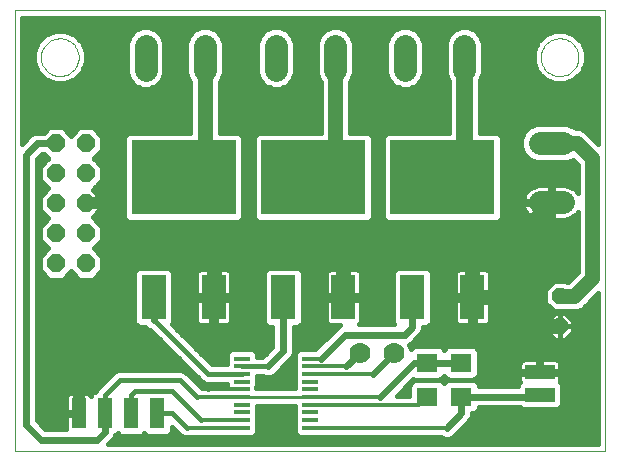
<source format=gtl>
G75*
%MOIN*%
%OFA0B0*%
%FSLAX24Y24*%
%IPPOS*%
%LPD*%
%AMOC8*
5,1,8,0,0,1.08239X$1,22.5*
%
%ADD10C,0.0000*%
%ADD11R,0.0820X0.1500*%
%ADD12R,0.3500X0.2500*%
%ADD13C,0.0780*%
%ADD14OC8,0.0520*%
%ADD15R,0.0531X0.0157*%
%ADD16R,0.0710X0.0630*%
%ADD17R,0.1000X0.0500*%
%ADD18OC8,0.0600*%
%ADD19R,0.0500X0.1000*%
%ADD20C,0.0500*%
%ADD21C,0.0400*%
%ADD22C,0.0120*%
%ADD23C,0.0160*%
%ADD24C,0.0240*%
%ADD25C,0.0100*%
%ADD26C,0.0560*%
%ADD27C,0.0700*%
D10*
X000180Y000180D02*
X000180Y014865D01*
X019865Y014865D01*
X019865Y000180D01*
X000180Y000180D01*
X001050Y013305D02*
X001052Y013355D01*
X001058Y013405D01*
X001068Y013454D01*
X001082Y013502D01*
X001099Y013549D01*
X001120Y013594D01*
X001145Y013638D01*
X001173Y013679D01*
X001205Y013718D01*
X001239Y013755D01*
X001276Y013789D01*
X001316Y013819D01*
X001358Y013846D01*
X001402Y013870D01*
X001448Y013891D01*
X001495Y013907D01*
X001543Y013920D01*
X001593Y013929D01*
X001642Y013934D01*
X001693Y013935D01*
X001743Y013932D01*
X001792Y013925D01*
X001841Y013914D01*
X001889Y013899D01*
X001935Y013881D01*
X001980Y013859D01*
X002023Y013833D01*
X002064Y013804D01*
X002103Y013772D01*
X002139Y013737D01*
X002171Y013699D01*
X002201Y013659D01*
X002228Y013616D01*
X002251Y013572D01*
X002270Y013526D01*
X002286Y013478D01*
X002298Y013429D01*
X002306Y013380D01*
X002310Y013330D01*
X002310Y013280D01*
X002306Y013230D01*
X002298Y013181D01*
X002286Y013132D01*
X002270Y013084D01*
X002251Y013038D01*
X002228Y012994D01*
X002201Y012951D01*
X002171Y012911D01*
X002139Y012873D01*
X002103Y012838D01*
X002064Y012806D01*
X002023Y012777D01*
X001980Y012751D01*
X001935Y012729D01*
X001889Y012711D01*
X001841Y012696D01*
X001792Y012685D01*
X001743Y012678D01*
X001693Y012675D01*
X001642Y012676D01*
X001593Y012681D01*
X001543Y012690D01*
X001495Y012703D01*
X001448Y012719D01*
X001402Y012740D01*
X001358Y012764D01*
X001316Y012791D01*
X001276Y012821D01*
X001239Y012855D01*
X001205Y012892D01*
X001173Y012931D01*
X001145Y012972D01*
X001120Y013016D01*
X001099Y013061D01*
X001082Y013108D01*
X001068Y013156D01*
X001058Y013205D01*
X001052Y013255D01*
X001050Y013305D01*
X017710Y013305D02*
X017712Y013355D01*
X017718Y013405D01*
X017728Y013454D01*
X017742Y013502D01*
X017759Y013549D01*
X017780Y013594D01*
X017805Y013638D01*
X017833Y013679D01*
X017865Y013718D01*
X017899Y013755D01*
X017936Y013789D01*
X017976Y013819D01*
X018018Y013846D01*
X018062Y013870D01*
X018108Y013891D01*
X018155Y013907D01*
X018203Y013920D01*
X018253Y013929D01*
X018302Y013934D01*
X018353Y013935D01*
X018403Y013932D01*
X018452Y013925D01*
X018501Y013914D01*
X018549Y013899D01*
X018595Y013881D01*
X018640Y013859D01*
X018683Y013833D01*
X018724Y013804D01*
X018763Y013772D01*
X018799Y013737D01*
X018831Y013699D01*
X018861Y013659D01*
X018888Y013616D01*
X018911Y013572D01*
X018930Y013526D01*
X018946Y013478D01*
X018958Y013429D01*
X018966Y013380D01*
X018970Y013330D01*
X018970Y013280D01*
X018966Y013230D01*
X018958Y013181D01*
X018946Y013132D01*
X018930Y013084D01*
X018911Y013038D01*
X018888Y012994D01*
X018861Y012951D01*
X018831Y012911D01*
X018799Y012873D01*
X018763Y012838D01*
X018724Y012806D01*
X018683Y012777D01*
X018640Y012751D01*
X018595Y012729D01*
X018549Y012711D01*
X018501Y012696D01*
X018452Y012685D01*
X018403Y012678D01*
X018353Y012675D01*
X018302Y012676D01*
X018253Y012681D01*
X018203Y012690D01*
X018155Y012703D01*
X018108Y012719D01*
X018062Y012740D01*
X018018Y012764D01*
X017976Y012791D01*
X017936Y012821D01*
X017899Y012855D01*
X017865Y012892D01*
X017833Y012931D01*
X017805Y012972D01*
X017780Y013016D01*
X017759Y013061D01*
X017742Y013108D01*
X017728Y013156D01*
X017718Y013205D01*
X017712Y013255D01*
X017710Y013305D01*
D11*
X015430Y005305D03*
X013430Y005305D03*
X011130Y005305D03*
X009130Y005305D03*
X006805Y005305D03*
X004805Y005305D03*
D12*
X005805Y009305D03*
X010130Y009305D03*
X014430Y009305D03*
D13*
X017690Y008465D02*
X018470Y008465D01*
X018470Y010445D02*
X017690Y010445D01*
X015170Y012890D02*
X015170Y013670D01*
X013190Y013670D02*
X013190Y012890D01*
X010870Y012890D02*
X010870Y013670D01*
X008890Y013670D02*
X008890Y012890D01*
X006520Y012890D02*
X006520Y013670D01*
X004540Y013670D02*
X004540Y012890D01*
D14*
X018355Y005330D03*
X018355Y004330D03*
D15*
X010012Y003257D03*
X010012Y003001D03*
X010012Y002745D03*
X010012Y002489D03*
X010012Y002233D03*
X010012Y001977D03*
X010012Y001721D03*
X010012Y001465D03*
X010012Y001209D03*
X010012Y000953D03*
X007748Y000953D03*
X007748Y001209D03*
X007748Y001465D03*
X007748Y001721D03*
X007748Y001977D03*
X007748Y002233D03*
X007748Y002489D03*
X007748Y002745D03*
X007748Y003001D03*
X007748Y003257D03*
D16*
X013930Y003115D03*
X015055Y003115D03*
X015055Y001995D03*
X013930Y001995D03*
D17*
X017680Y002055D03*
X017680Y002805D03*
D18*
X002555Y006430D03*
X001555Y006430D03*
X001555Y007430D03*
X002555Y007430D03*
X002555Y008430D03*
X001555Y008430D03*
X001555Y009430D03*
X002555Y009430D03*
X002555Y010430D03*
X001555Y010430D03*
D19*
X002305Y001430D03*
X003180Y001430D03*
X004055Y001430D03*
X004930Y001430D03*
D20*
X006805Y005305D02*
X006805Y006805D01*
X007180Y007180D01*
X011055Y007180D01*
X011130Y007105D01*
X011130Y005305D01*
X011055Y007180D02*
X015555Y007180D01*
X015430Y007055D01*
X015430Y005305D01*
X016305Y005305D01*
X017280Y004330D01*
X017680Y004330D01*
X018355Y004330D01*
X018355Y005330D02*
X018830Y005330D01*
X019430Y005930D01*
X019430Y009930D01*
X018915Y010445D01*
X018080Y010445D01*
X018080Y008465D02*
X016795Y007180D01*
X015555Y007180D01*
X010870Y009195D02*
X010849Y009173D01*
X010870Y009195D02*
X010870Y013280D01*
X006520Y013280D02*
X006520Y009035D01*
X006393Y008908D01*
D21*
X003555Y008055D02*
X003555Y006930D01*
X003555Y006805D02*
X003555Y003430D01*
X003055Y002930D01*
X002305Y002180D01*
X002305Y001430D01*
X003555Y006805D02*
X006805Y006805D01*
X003555Y008055D02*
X003180Y008430D01*
X002555Y008430D01*
D22*
X003555Y006930D02*
X003555Y006805D01*
X010012Y003257D02*
X010382Y003257D01*
X010012Y003001D02*
X011234Y003001D01*
X012120Y002745D02*
X010012Y002745D01*
X010012Y001977D02*
X012352Y001977D01*
X013656Y001721D02*
X013930Y001995D01*
X013656Y001721D02*
X010012Y001721D01*
X010012Y000953D02*
X014578Y000953D01*
X017620Y001995D02*
X017680Y002055D01*
X007748Y001977D02*
X006258Y001977D01*
X006627Y002233D02*
X007748Y002233D01*
X007748Y001209D02*
X006401Y001209D01*
X005907Y000953D02*
X007748Y000953D01*
X004540Y013030D02*
X004540Y013280D01*
D23*
X005170Y013249D02*
X005890Y013249D01*
X005890Y013091D02*
X005170Y013091D01*
X005170Y012932D02*
X005890Y012932D01*
X005890Y012774D02*
X005170Y012774D01*
X005170Y012765D02*
X005074Y012533D01*
X004897Y012356D01*
X004665Y012260D01*
X004415Y012260D01*
X004183Y012356D01*
X004006Y012533D01*
X003910Y012765D01*
X003910Y013795D01*
X004006Y014027D01*
X004183Y014204D01*
X004415Y014300D01*
X004665Y014300D01*
X004897Y014204D01*
X005074Y014027D01*
X005170Y013795D01*
X005170Y012765D01*
X005108Y012615D02*
X005952Y012615D01*
X005986Y012533D02*
X006030Y012489D01*
X006030Y010795D01*
X004007Y010795D01*
X003919Y010758D01*
X003852Y010691D01*
X003815Y010603D01*
X003815Y008007D01*
X003852Y007919D01*
X003919Y007852D01*
X004007Y007815D01*
X007603Y007815D01*
X007691Y007852D01*
X007758Y007919D01*
X007795Y008007D01*
X007795Y010603D01*
X007758Y010691D01*
X007691Y010758D01*
X007603Y010795D01*
X007010Y010795D01*
X007010Y012489D01*
X007054Y012533D01*
X007150Y012765D01*
X007150Y013795D01*
X007054Y014027D01*
X006877Y014204D01*
X006645Y014300D01*
X006395Y014300D01*
X006163Y014204D01*
X005986Y014027D01*
X005890Y013795D01*
X005890Y012765D01*
X005986Y012533D01*
X006030Y012457D02*
X004997Y012457D01*
X004757Y012298D02*
X006030Y012298D01*
X006030Y012140D02*
X000420Y012140D01*
X000420Y012298D02*
X004323Y012298D01*
X004083Y012457D02*
X001905Y012457D01*
X001853Y012435D02*
X002173Y012568D01*
X002417Y012812D01*
X002550Y013132D01*
X002550Y013478D01*
X002417Y013798D01*
X002173Y014042D01*
X001853Y014175D01*
X001507Y014175D01*
X001187Y014042D01*
X000943Y013798D01*
X000810Y013478D01*
X000810Y013132D01*
X000943Y012812D01*
X001187Y012568D01*
X001507Y012435D01*
X001853Y012435D01*
X001455Y012457D02*
X000420Y012457D01*
X000420Y012615D02*
X001140Y012615D01*
X000981Y012774D02*
X000420Y012774D01*
X000420Y012932D02*
X000893Y012932D01*
X000827Y013091D02*
X000420Y013091D01*
X000420Y013249D02*
X000810Y013249D01*
X000810Y013408D02*
X000420Y013408D01*
X000420Y013566D02*
X000847Y013566D01*
X000912Y013725D02*
X000420Y013725D01*
X000420Y013883D02*
X001028Y013883D01*
X001186Y014042D02*
X000420Y014042D01*
X000420Y014200D02*
X004179Y014200D01*
X004021Y014042D02*
X002174Y014042D01*
X002332Y013883D02*
X003946Y013883D01*
X003910Y013725D02*
X002448Y013725D01*
X002513Y013566D02*
X003910Y013566D01*
X003910Y013408D02*
X002550Y013408D01*
X002550Y013249D02*
X003910Y013249D01*
X003910Y013091D02*
X002533Y013091D01*
X002467Y012932D02*
X003910Y012932D01*
X003910Y012774D02*
X002379Y012774D01*
X002220Y012615D02*
X003972Y012615D01*
X005170Y013408D02*
X005890Y013408D01*
X005890Y013566D02*
X005170Y013566D01*
X005170Y013725D02*
X005890Y013725D01*
X005926Y013883D02*
X005134Y013883D01*
X005059Y014042D02*
X006001Y014042D01*
X006159Y014200D02*
X004901Y014200D01*
X006881Y014200D02*
X008529Y014200D01*
X008533Y014204D02*
X008356Y014027D01*
X008260Y013795D01*
X008260Y012765D01*
X008356Y012533D01*
X008533Y012356D01*
X008765Y012260D01*
X009015Y012260D01*
X009247Y012356D01*
X009424Y012533D01*
X009520Y012765D01*
X009520Y013795D01*
X009424Y014027D01*
X009247Y014204D01*
X009015Y014300D01*
X008765Y014300D01*
X008533Y014204D01*
X008371Y014042D02*
X007039Y014042D01*
X007114Y013883D02*
X008296Y013883D01*
X008260Y013725D02*
X007150Y013725D01*
X007150Y013566D02*
X008260Y013566D01*
X008260Y013408D02*
X007150Y013408D01*
X007150Y013249D02*
X008260Y013249D01*
X008260Y013091D02*
X007150Y013091D01*
X007150Y012932D02*
X008260Y012932D01*
X008260Y012774D02*
X007150Y012774D01*
X007088Y012615D02*
X008322Y012615D01*
X008433Y012457D02*
X007010Y012457D01*
X007010Y012298D02*
X008673Y012298D01*
X009107Y012298D02*
X010380Y012298D01*
X010380Y012140D02*
X007010Y012140D01*
X007010Y011981D02*
X010380Y011981D01*
X010380Y011823D02*
X007010Y011823D01*
X007010Y011664D02*
X010380Y011664D01*
X010380Y011506D02*
X007010Y011506D01*
X007010Y011347D02*
X010380Y011347D01*
X010380Y011189D02*
X007010Y011189D01*
X007010Y011030D02*
X010380Y011030D01*
X010380Y010872D02*
X007010Y010872D01*
X007736Y010713D02*
X008199Y010713D01*
X008177Y010691D02*
X008140Y010603D01*
X008140Y008007D01*
X008177Y007919D01*
X008244Y007852D01*
X008332Y007815D01*
X011928Y007815D01*
X012016Y007852D01*
X012083Y007919D01*
X012120Y008007D01*
X012120Y010603D01*
X012083Y010691D01*
X012016Y010758D01*
X011928Y010795D01*
X011360Y010795D01*
X011360Y012489D01*
X011404Y012533D01*
X011500Y012765D01*
X011500Y013795D01*
X011404Y014027D01*
X011227Y014204D01*
X010995Y014300D01*
X010745Y014300D01*
X010513Y014204D01*
X010336Y014027D01*
X010240Y013795D01*
X010240Y012765D01*
X010336Y012533D01*
X010380Y012489D01*
X010380Y010795D01*
X008332Y010795D01*
X008244Y010758D01*
X008177Y010691D01*
X008140Y010555D02*
X007795Y010555D01*
X007795Y010396D02*
X008140Y010396D01*
X008140Y010238D02*
X007795Y010238D01*
X007795Y010079D02*
X008140Y010079D01*
X008140Y009921D02*
X007795Y009921D01*
X007795Y009762D02*
X008140Y009762D01*
X008140Y009604D02*
X007795Y009604D01*
X007795Y009445D02*
X008140Y009445D01*
X008140Y009287D02*
X007795Y009287D01*
X007795Y009128D02*
X008140Y009128D01*
X008140Y008970D02*
X007795Y008970D01*
X007795Y008811D02*
X008140Y008811D01*
X008140Y008653D02*
X007795Y008653D01*
X007795Y008494D02*
X008140Y008494D01*
X008140Y008336D02*
X007795Y008336D01*
X007795Y008177D02*
X008140Y008177D01*
X008140Y008019D02*
X007795Y008019D01*
X007699Y007860D02*
X008236Y007860D01*
X008672Y006295D02*
X008584Y006258D01*
X008517Y006191D01*
X008480Y006103D01*
X008480Y004507D01*
X008517Y004419D01*
X008584Y004352D01*
X008672Y004315D01*
X008770Y004315D01*
X008770Y003654D01*
X008437Y003321D01*
X008254Y003321D01*
X008254Y003383D01*
X008217Y003471D01*
X008150Y003539D01*
X008062Y003575D01*
X007435Y003575D01*
X007346Y003539D01*
X007279Y003471D01*
X007242Y003383D01*
X007242Y003130D01*
X007243Y003129D01*
X007242Y003127D01*
X007242Y003065D01*
X006748Y003065D01*
X005406Y004407D01*
X005418Y004419D01*
X005455Y004507D01*
X005455Y006103D01*
X005418Y006191D01*
X005351Y006258D01*
X005263Y006295D01*
X004347Y006295D01*
X004259Y006258D01*
X004192Y006191D01*
X004155Y006103D01*
X004155Y004507D01*
X004192Y004419D01*
X004259Y004352D01*
X004347Y004315D01*
X004536Y004315D01*
X004601Y004250D01*
X004698Y004210D01*
X006434Y002473D01*
X006552Y002425D01*
X007242Y002425D01*
X007242Y002362D01*
X007278Y002277D01*
X006411Y002277D01*
X005951Y002736D01*
X005861Y002826D01*
X005744Y002875D01*
X003616Y002875D01*
X003499Y002826D01*
X003409Y002736D01*
X002999Y002326D01*
X002909Y002236D01*
X002881Y002170D01*
X002794Y002133D01*
X002727Y002066D01*
X002709Y002023D01*
X002699Y002041D01*
X002666Y002074D01*
X002624Y002098D01*
X002579Y002110D01*
X002350Y002110D01*
X002350Y001475D01*
X002260Y001475D01*
X002260Y002110D01*
X002031Y002110D01*
X001986Y002098D01*
X001944Y002074D01*
X001911Y002041D01*
X001887Y001999D01*
X001875Y001954D01*
X001875Y001475D01*
X002260Y001475D01*
X002260Y001385D01*
X001875Y001385D01*
X001875Y000915D01*
X001204Y000915D01*
X000915Y001204D01*
X000915Y009906D01*
X001079Y010070D01*
X001151Y010070D01*
X001291Y009930D01*
X001015Y009654D01*
X001015Y009206D01*
X001291Y008930D01*
X001015Y008654D01*
X001015Y008206D01*
X001291Y007930D01*
X001015Y007654D01*
X001015Y007206D01*
X001291Y006930D01*
X001015Y006654D01*
X001015Y006206D01*
X001331Y005890D01*
X001779Y005890D01*
X002055Y006166D01*
X002331Y005890D01*
X002779Y005890D01*
X003095Y006206D01*
X003095Y006654D01*
X002819Y006930D01*
X003095Y007206D01*
X003095Y007654D01*
X002779Y007970D01*
X002774Y007970D01*
X003035Y008231D01*
X003035Y008410D01*
X002575Y008410D01*
X002575Y008450D01*
X003035Y008450D01*
X003035Y008629D01*
X002774Y008890D01*
X002779Y008890D01*
X003095Y009206D01*
X003095Y009654D01*
X002819Y009930D01*
X003095Y010206D01*
X003095Y010654D01*
X002779Y010970D01*
X002331Y010970D01*
X002055Y010694D01*
X001779Y010970D01*
X001331Y010970D01*
X001151Y010790D01*
X000858Y010790D01*
X000726Y010735D01*
X000420Y010429D01*
X000420Y014625D01*
X019625Y014625D01*
X019625Y010428D01*
X019330Y010723D01*
X019193Y010860D01*
X019012Y010935D01*
X018871Y010935D01*
X018827Y010979D01*
X018595Y011075D01*
X017565Y011075D01*
X017333Y010979D01*
X017156Y010802D01*
X017060Y010570D01*
X017060Y010320D01*
X017156Y010088D01*
X017333Y009911D01*
X017565Y009815D01*
X018595Y009815D01*
X018777Y009890D01*
X018940Y009727D01*
X018940Y008788D01*
X018905Y008836D01*
X018841Y008900D01*
X018769Y008953D01*
X018689Y008993D01*
X018603Y009021D01*
X018515Y009035D01*
X018130Y009035D01*
X018130Y008515D01*
X018030Y008515D01*
X018030Y009035D01*
X017645Y009035D01*
X017557Y009021D01*
X017471Y008993D01*
X017391Y008953D01*
X017319Y008900D01*
X017255Y008836D01*
X017202Y008764D01*
X017162Y008684D01*
X017134Y008598D01*
X017121Y008515D01*
X018030Y008515D01*
X018030Y008415D01*
X018130Y008415D01*
X018130Y007895D01*
X018515Y007895D01*
X018603Y007909D01*
X018689Y007937D01*
X018769Y007977D01*
X018841Y008030D01*
X018905Y008094D01*
X018940Y008142D01*
X018940Y006133D01*
X018627Y005820D01*
X018572Y005820D01*
X018562Y005830D01*
X018148Y005830D01*
X017855Y005537D01*
X017855Y005123D01*
X018148Y004830D01*
X018562Y004830D01*
X018572Y004840D01*
X018927Y004840D01*
X019108Y004915D01*
X019625Y005432D01*
X019625Y000420D01*
X003304Y000420D01*
X003384Y000500D01*
X003485Y000601D01*
X003531Y000712D01*
X003566Y000727D01*
X003617Y000778D01*
X003669Y000727D01*
X003757Y000690D01*
X004353Y000690D01*
X004441Y000727D01*
X004492Y000778D01*
X004544Y000727D01*
X004632Y000690D01*
X005228Y000690D01*
X005316Y000727D01*
X005383Y000794D01*
X005420Y000882D01*
X005420Y000987D01*
X005725Y000682D01*
X005843Y000633D01*
X005970Y000633D01*
X006019Y000653D01*
X007389Y000653D01*
X007435Y000635D01*
X008062Y000635D01*
X008150Y000671D01*
X008217Y000739D01*
X008254Y000827D01*
X008254Y001080D01*
X008253Y001081D01*
X008254Y001083D01*
X008254Y001336D01*
X008253Y001337D01*
X008254Y001339D01*
X008254Y001592D01*
X008253Y001593D01*
X008254Y001595D01*
X008254Y001687D01*
X009506Y001687D01*
X009506Y001595D01*
X009507Y001593D01*
X009506Y001592D01*
X009506Y001339D01*
X009507Y001337D01*
X009506Y001336D01*
X009506Y001083D01*
X009507Y001081D01*
X009506Y001080D01*
X009506Y000827D01*
X009543Y000739D01*
X009610Y000671D01*
X009698Y000635D01*
X010325Y000635D01*
X010371Y000653D01*
X014369Y000653D01*
X014375Y000648D01*
X014507Y000593D01*
X014650Y000593D01*
X014782Y000648D01*
X015259Y001125D01*
X015360Y001226D01*
X015415Y001358D01*
X015415Y001440D01*
X015458Y001440D01*
X015546Y001477D01*
X015613Y001544D01*
X015650Y001632D01*
X015650Y001635D01*
X017010Y001635D01*
X017044Y001602D01*
X017132Y001565D01*
X018228Y001565D01*
X018316Y001602D01*
X018383Y001669D01*
X018420Y001757D01*
X018420Y002353D01*
X018383Y002441D01*
X018344Y002480D01*
X018348Y002486D01*
X018360Y002531D01*
X018360Y002760D01*
X017725Y002760D01*
X017725Y002850D01*
X017635Y002850D01*
X017635Y003235D01*
X017156Y003235D01*
X017111Y003223D01*
X017069Y003199D01*
X017036Y003166D01*
X017012Y003124D01*
X017000Y003079D01*
X017000Y002850D01*
X017635Y002850D01*
X017635Y002760D01*
X017000Y002760D01*
X017000Y002531D01*
X017012Y002486D01*
X017016Y002480D01*
X016977Y002441D01*
X016941Y002355D01*
X015650Y002355D01*
X015650Y002358D01*
X015613Y002446D01*
X015546Y002514D01*
X015458Y002550D01*
X014652Y002550D01*
X014564Y002514D01*
X014497Y002446D01*
X014492Y002436D01*
X014488Y002446D01*
X014421Y002514D01*
X014333Y002550D01*
X013527Y002550D01*
X013439Y002514D01*
X013372Y002446D01*
X013335Y002358D01*
X013335Y002021D01*
X012905Y002021D01*
X013468Y002584D01*
X013527Y002560D01*
X014333Y002560D01*
X014421Y002596D01*
X014488Y002664D01*
X014492Y002674D01*
X014497Y002664D01*
X014564Y002596D01*
X014652Y002560D01*
X015458Y002560D01*
X015546Y002596D01*
X015613Y002664D01*
X015650Y002752D01*
X015650Y003478D01*
X015613Y003566D01*
X015546Y003633D01*
X015458Y003670D01*
X014652Y003670D01*
X014564Y003633D01*
X014497Y003566D01*
X014492Y003556D01*
X014488Y003566D01*
X014421Y003633D01*
X014333Y003670D01*
X013527Y003670D01*
X013439Y003633D01*
X013383Y003577D01*
X013322Y003724D01*
X013384Y003750D01*
X013634Y004000D01*
X013735Y004101D01*
X013790Y004233D01*
X013790Y004315D01*
X013888Y004315D01*
X013976Y004352D01*
X014043Y004419D01*
X014080Y004507D01*
X014080Y006103D01*
X014043Y006191D01*
X013976Y006258D01*
X013888Y006295D01*
X012972Y006295D01*
X012884Y006258D01*
X012817Y006191D01*
X012780Y006103D01*
X012780Y004507D01*
X012817Y004419D01*
X012821Y004415D01*
X011655Y004415D01*
X011684Y004444D01*
X011708Y004486D01*
X011720Y004531D01*
X011720Y005225D01*
X011210Y005225D01*
X011210Y005385D01*
X011050Y005385D01*
X011050Y006235D01*
X010696Y006235D01*
X010651Y006223D01*
X010609Y006199D01*
X010576Y006166D01*
X010552Y006124D01*
X010540Y006079D01*
X010540Y005385D01*
X011050Y005385D01*
X011050Y005225D01*
X010540Y005225D01*
X010540Y004531D01*
X010552Y004486D01*
X010576Y004444D01*
X010609Y004411D01*
X010651Y004387D01*
X010696Y004375D01*
X011012Y004375D01*
X010976Y004360D01*
X010875Y004259D01*
X010191Y003575D01*
X009698Y003575D01*
X009610Y003539D01*
X009543Y003471D01*
X009506Y003383D01*
X009506Y003130D01*
X009507Y003129D01*
X009506Y003127D01*
X009506Y002874D01*
X009507Y002873D01*
X009506Y002871D01*
X009506Y002618D01*
X009507Y002617D01*
X009506Y002615D01*
X009506Y002362D01*
X009507Y002361D01*
X009506Y002359D01*
X009506Y002267D01*
X008210Y002267D01*
X008217Y002274D01*
X008254Y002362D01*
X008254Y002615D01*
X008253Y002617D01*
X008254Y002618D01*
X008254Y002681D01*
X008457Y002681D01*
X008554Y002641D01*
X008697Y002641D01*
X008830Y002695D01*
X009334Y003200D01*
X009435Y003301D01*
X009490Y003433D01*
X009490Y004315D01*
X009588Y004315D01*
X009676Y004352D01*
X009743Y004419D01*
X009780Y004507D01*
X009780Y006103D01*
X009743Y006191D01*
X009676Y006258D01*
X009588Y006295D01*
X008672Y006295D01*
X008624Y006275D02*
X005311Y006275D01*
X005449Y006117D02*
X006225Y006117D01*
X006227Y006124D02*
X006215Y006079D01*
X006215Y005385D01*
X006725Y005385D01*
X006725Y006235D01*
X006371Y006235D01*
X006326Y006223D01*
X006284Y006199D01*
X006251Y006166D01*
X006227Y006124D01*
X006215Y005958D02*
X005455Y005958D01*
X005455Y005800D02*
X006215Y005800D01*
X006215Y005641D02*
X005455Y005641D01*
X005455Y005483D02*
X006215Y005483D01*
X006215Y005225D02*
X006215Y004531D01*
X006227Y004486D01*
X006251Y004444D01*
X006284Y004411D01*
X006326Y004387D01*
X006371Y004375D01*
X006725Y004375D01*
X006725Y005225D01*
X006885Y005225D01*
X006885Y005385D01*
X007395Y005385D01*
X007395Y006079D01*
X007383Y006124D01*
X007359Y006166D01*
X007326Y006199D01*
X007284Y006223D01*
X007239Y006235D01*
X006885Y006235D01*
X006885Y005385D01*
X006725Y005385D01*
X006725Y005225D01*
X006215Y005225D01*
X006215Y005166D02*
X005455Y005166D01*
X005455Y005324D02*
X006725Y005324D01*
X006725Y005166D02*
X006885Y005166D01*
X006885Y005225D02*
X006885Y004375D01*
X007239Y004375D01*
X007284Y004387D01*
X007326Y004411D01*
X007359Y004444D01*
X007383Y004486D01*
X007395Y004531D01*
X007395Y005225D01*
X006885Y005225D01*
X006885Y005324D02*
X008480Y005324D01*
X008480Y005166D02*
X007395Y005166D01*
X007395Y005007D02*
X008480Y005007D01*
X008480Y004849D02*
X007395Y004849D01*
X007395Y004690D02*
X008480Y004690D01*
X008480Y004532D02*
X007395Y004532D01*
X006885Y004532D02*
X006725Y004532D01*
X006725Y004690D02*
X006885Y004690D01*
X006885Y004849D02*
X006725Y004849D01*
X006725Y005007D02*
X006885Y005007D01*
X006885Y005483D02*
X006725Y005483D01*
X006725Y005641D02*
X006885Y005641D01*
X006885Y005800D02*
X006725Y005800D01*
X006725Y005958D02*
X006885Y005958D01*
X006885Y006117D02*
X006725Y006117D01*
X007385Y006117D02*
X008486Y006117D01*
X008480Y005958D02*
X007395Y005958D01*
X007395Y005800D02*
X008480Y005800D01*
X008480Y005641D02*
X007395Y005641D01*
X007395Y005483D02*
X008480Y005483D01*
X009780Y005483D02*
X010540Y005483D01*
X010540Y005641D02*
X009780Y005641D01*
X009780Y005800D02*
X010540Y005800D01*
X010540Y005958D02*
X009780Y005958D01*
X009774Y006117D02*
X010550Y006117D01*
X011050Y006117D02*
X011210Y006117D01*
X011210Y006235D02*
X011210Y005385D01*
X011720Y005385D01*
X011720Y006079D01*
X011708Y006124D01*
X011684Y006166D01*
X011651Y006199D01*
X011609Y006223D01*
X011564Y006235D01*
X011210Y006235D01*
X011210Y005958D02*
X011050Y005958D01*
X011050Y005800D02*
X011210Y005800D01*
X011210Y005641D02*
X011050Y005641D01*
X011050Y005483D02*
X011210Y005483D01*
X011210Y005324D02*
X012780Y005324D01*
X012780Y005166D02*
X011720Y005166D01*
X011720Y005007D02*
X012780Y005007D01*
X012780Y004849D02*
X011720Y004849D01*
X011720Y004690D02*
X012780Y004690D01*
X012780Y004532D02*
X011720Y004532D01*
X011007Y004373D02*
X009697Y004373D01*
X009780Y004532D02*
X010540Y004532D01*
X010540Y004690D02*
X009780Y004690D01*
X009780Y004849D02*
X010540Y004849D01*
X010540Y005007D02*
X009780Y005007D01*
X009780Y005166D02*
X010540Y005166D01*
X011050Y005324D02*
X009780Y005324D01*
X009636Y006275D02*
X012924Y006275D01*
X012786Y006117D02*
X011710Y006117D01*
X011720Y005958D02*
X012780Y005958D01*
X012780Y005800D02*
X011720Y005800D01*
X011720Y005641D02*
X012780Y005641D01*
X012780Y005483D02*
X011720Y005483D01*
X010830Y004215D02*
X009490Y004215D01*
X009490Y004056D02*
X010672Y004056D01*
X010513Y003898D02*
X009490Y003898D01*
X009490Y003739D02*
X010355Y003739D01*
X010196Y003581D02*
X009490Y003581D01*
X009485Y003422D02*
X009522Y003422D01*
X009506Y003264D02*
X009398Y003264D01*
X009506Y003105D02*
X009239Y003105D01*
X009081Y002947D02*
X009506Y002947D01*
X009506Y002788D02*
X008922Y002788D01*
X008626Y003001D02*
X007748Y003001D01*
X007748Y002745D02*
X006615Y002745D01*
X004805Y004555D01*
X004686Y004215D02*
X000915Y004215D01*
X000915Y004373D02*
X004238Y004373D01*
X004155Y004532D02*
X000915Y004532D01*
X000915Y004690D02*
X004155Y004690D01*
X004155Y004849D02*
X000915Y004849D01*
X000915Y005007D02*
X004155Y005007D01*
X004155Y005166D02*
X000915Y005166D01*
X000915Y005324D02*
X004155Y005324D01*
X004155Y005483D02*
X000915Y005483D01*
X000915Y005641D02*
X004155Y005641D01*
X004155Y005800D02*
X000915Y005800D01*
X000915Y005958D02*
X001263Y005958D01*
X001105Y006117D02*
X000915Y006117D01*
X000915Y006275D02*
X001015Y006275D01*
X001015Y006434D02*
X000915Y006434D01*
X000915Y006592D02*
X001015Y006592D01*
X001112Y006751D02*
X000915Y006751D01*
X000915Y006909D02*
X001270Y006909D01*
X001154Y007068D02*
X000915Y007068D01*
X000915Y007226D02*
X001015Y007226D01*
X001015Y007385D02*
X000915Y007385D01*
X000915Y007543D02*
X001015Y007543D01*
X001063Y007702D02*
X000915Y007702D01*
X000915Y007860D02*
X001221Y007860D01*
X001203Y008019D02*
X000915Y008019D01*
X000915Y008177D02*
X001044Y008177D01*
X001015Y008336D02*
X000915Y008336D01*
X000915Y008494D02*
X001015Y008494D01*
X001015Y008653D02*
X000915Y008653D01*
X000915Y008811D02*
X001172Y008811D01*
X001252Y008970D02*
X000915Y008970D01*
X000915Y009128D02*
X001093Y009128D01*
X001015Y009287D02*
X000915Y009287D01*
X000915Y009445D02*
X001015Y009445D01*
X001015Y009604D02*
X000915Y009604D01*
X000915Y009762D02*
X001123Y009762D01*
X001282Y009921D02*
X000930Y009921D01*
X000545Y010555D02*
X000420Y010555D01*
X000420Y010713D02*
X000704Y010713D01*
X000420Y010872D02*
X001233Y010872D01*
X001877Y010872D02*
X002233Y010872D01*
X002074Y010713D02*
X002036Y010713D01*
X002877Y010872D02*
X006030Y010872D01*
X006030Y011030D02*
X000420Y011030D01*
X000420Y011189D02*
X006030Y011189D01*
X006030Y011347D02*
X000420Y011347D01*
X000420Y011506D02*
X006030Y011506D01*
X006030Y011664D02*
X000420Y011664D01*
X000420Y011823D02*
X006030Y011823D01*
X006030Y011981D02*
X000420Y011981D01*
X003036Y010713D02*
X003874Y010713D01*
X003815Y010555D02*
X003095Y010555D01*
X003095Y010396D02*
X003815Y010396D01*
X003815Y010238D02*
X003095Y010238D01*
X002968Y010079D02*
X003815Y010079D01*
X003815Y009921D02*
X002828Y009921D01*
X002987Y009762D02*
X003815Y009762D01*
X003815Y009604D02*
X003095Y009604D01*
X003095Y009445D02*
X003815Y009445D01*
X003815Y009287D02*
X003095Y009287D01*
X003017Y009128D02*
X003815Y009128D01*
X003815Y008970D02*
X002858Y008970D01*
X002853Y008811D02*
X003815Y008811D01*
X003815Y008653D02*
X003011Y008653D01*
X003035Y008494D02*
X003815Y008494D01*
X003815Y008336D02*
X003035Y008336D01*
X002981Y008177D02*
X003815Y008177D01*
X003815Y008019D02*
X002822Y008019D01*
X002889Y007860D02*
X003911Y007860D01*
X003095Y007543D02*
X018940Y007543D01*
X018940Y007385D02*
X003095Y007385D01*
X003095Y007226D02*
X018940Y007226D01*
X018940Y007068D02*
X002956Y007068D01*
X002840Y006909D02*
X018940Y006909D01*
X018940Y006751D02*
X002998Y006751D01*
X003095Y006592D02*
X018940Y006592D01*
X018940Y006434D02*
X003095Y006434D01*
X003095Y006275D02*
X004299Y006275D01*
X004161Y006117D02*
X003005Y006117D01*
X002847Y005958D02*
X004155Y005958D01*
X005455Y005007D02*
X006215Y005007D01*
X006215Y004849D02*
X005455Y004849D01*
X005455Y004690D02*
X006215Y004690D01*
X006215Y004532D02*
X005455Y004532D01*
X005440Y004373D02*
X008563Y004373D01*
X008770Y004215D02*
X005598Y004215D01*
X005757Y004056D02*
X008770Y004056D01*
X008770Y003898D02*
X005915Y003898D01*
X006074Y003739D02*
X008770Y003739D01*
X008696Y003581D02*
X006232Y003581D01*
X006391Y003422D02*
X007259Y003422D01*
X007242Y003264D02*
X006549Y003264D01*
X006708Y003105D02*
X007242Y003105D01*
X006440Y002471D02*
X006217Y002471D01*
X006278Y002630D02*
X006058Y002630D01*
X006119Y002788D02*
X005900Y002788D01*
X005930Y002930D02*
X003055Y002930D01*
X003302Y002630D02*
X000915Y002630D01*
X000915Y002788D02*
X003460Y002788D01*
X003409Y002736D02*
X003409Y002736D01*
X003680Y002555D02*
X003180Y002055D01*
X003180Y001430D01*
X002350Y001520D02*
X002260Y001520D01*
X002260Y001679D02*
X002350Y001679D01*
X002350Y001837D02*
X002260Y001837D01*
X002260Y001996D02*
X002350Y001996D01*
X001886Y001996D02*
X000915Y001996D01*
X000915Y002154D02*
X002844Y002154D01*
X002985Y002313D02*
X000915Y002313D01*
X000915Y002471D02*
X003143Y002471D01*
X002999Y002326D02*
X002999Y002326D01*
X003680Y002555D02*
X005680Y002555D01*
X006258Y001977D01*
X006375Y002313D02*
X007263Y002313D01*
X006627Y002233D02*
X005930Y002930D01*
X005961Y002947D02*
X000915Y002947D01*
X000915Y003105D02*
X005802Y003105D01*
X005644Y003264D02*
X000915Y003264D01*
X000915Y003422D02*
X005485Y003422D01*
X005327Y003581D02*
X000915Y003581D01*
X000915Y003739D02*
X005168Y003739D01*
X005010Y003898D02*
X000915Y003898D01*
X000915Y004056D02*
X004851Y004056D01*
X005430Y002180D02*
X004180Y002180D01*
X004055Y002055D01*
X004055Y001430D01*
X004930Y001430D02*
X005430Y001430D01*
X005907Y000953D01*
X005680Y000728D02*
X005317Y000728D01*
X005420Y000886D02*
X005521Y000886D01*
X006401Y001209D02*
X005430Y002180D01*
X004543Y000728D02*
X004442Y000728D01*
X003668Y000728D02*
X003567Y000728D01*
X003453Y000569D02*
X019625Y000569D01*
X019625Y000728D02*
X014862Y000728D01*
X015020Y000886D02*
X019625Y000886D01*
X019625Y001045D02*
X015179Y001045D01*
X015337Y001203D02*
X019625Y001203D01*
X019625Y001362D02*
X015415Y001362D01*
X015589Y001520D02*
X019625Y001520D01*
X019625Y001679D02*
X018387Y001679D01*
X018420Y001837D02*
X019625Y001837D01*
X019625Y001996D02*
X018420Y001996D01*
X018420Y002154D02*
X019625Y002154D01*
X019625Y002313D02*
X018420Y002313D01*
X018353Y002471D02*
X019625Y002471D01*
X019625Y002630D02*
X018360Y002630D01*
X018360Y002850D02*
X018360Y003079D01*
X018348Y003124D01*
X018324Y003166D01*
X018291Y003199D01*
X018249Y003223D01*
X018204Y003235D01*
X017725Y003235D01*
X017725Y002850D01*
X018360Y002850D01*
X018360Y002947D02*
X019625Y002947D01*
X019625Y003105D02*
X018353Y003105D01*
X017725Y003105D02*
X017635Y003105D01*
X017635Y002947D02*
X017725Y002947D01*
X017725Y002788D02*
X019625Y002788D01*
X019625Y003264D02*
X015650Y003264D01*
X015650Y003422D02*
X019625Y003422D01*
X019625Y003581D02*
X015599Y003581D01*
X015650Y003105D02*
X017007Y003105D01*
X017000Y002947D02*
X015650Y002947D01*
X015650Y002788D02*
X017635Y002788D01*
X017000Y002630D02*
X015579Y002630D01*
X015588Y002471D02*
X017007Y002471D01*
X018173Y003890D02*
X017915Y004148D01*
X017915Y004330D01*
X018355Y004330D01*
X018355Y004330D01*
X018355Y004770D01*
X018537Y004770D01*
X018795Y004512D01*
X018795Y004330D01*
X018355Y004330D01*
X018355Y004330D01*
X018355Y004330D01*
X018355Y004770D01*
X018173Y004770D01*
X017915Y004512D01*
X017915Y004330D01*
X018355Y004330D01*
X018795Y004330D01*
X018795Y004148D01*
X018537Y003890D01*
X018355Y003890D01*
X018355Y004330D01*
X018355Y004330D01*
X018355Y003890D01*
X018173Y003890D01*
X018165Y003898D02*
X013532Y003898D01*
X013690Y004056D02*
X018007Y004056D01*
X017915Y004215D02*
X013782Y004215D01*
X013997Y004373D02*
X017915Y004373D01*
X017934Y004532D02*
X016020Y004532D01*
X016020Y004531D02*
X016020Y005225D01*
X015510Y005225D01*
X015510Y005385D01*
X016020Y005385D01*
X016020Y006079D01*
X016008Y006124D01*
X015984Y006166D01*
X015951Y006199D01*
X015909Y006223D01*
X015864Y006235D01*
X015510Y006235D01*
X015510Y005385D01*
X015350Y005385D01*
X015350Y006235D01*
X014996Y006235D01*
X014951Y006223D01*
X014909Y006199D01*
X014876Y006166D01*
X014852Y006124D01*
X014840Y006079D01*
X014840Y005385D01*
X015350Y005385D01*
X015350Y005225D01*
X015510Y005225D01*
X015510Y004375D01*
X015864Y004375D01*
X015909Y004387D01*
X015951Y004411D01*
X015984Y004444D01*
X016008Y004486D01*
X016020Y004531D01*
X016020Y004690D02*
X018093Y004690D01*
X018129Y004849D02*
X016020Y004849D01*
X016020Y005007D02*
X017971Y005007D01*
X017855Y005166D02*
X016020Y005166D01*
X016020Y005483D02*
X017855Y005483D01*
X017855Y005324D02*
X015510Y005324D01*
X015510Y005166D02*
X015350Y005166D01*
X015350Y005225D02*
X015350Y004375D01*
X014996Y004375D01*
X014951Y004387D01*
X014909Y004411D01*
X014876Y004444D01*
X014852Y004486D01*
X014840Y004531D01*
X014840Y005225D01*
X015350Y005225D01*
X015350Y005324D02*
X014080Y005324D01*
X014080Y005166D02*
X014840Y005166D01*
X014840Y005007D02*
X014080Y005007D01*
X014080Y004849D02*
X014840Y004849D01*
X014840Y004690D02*
X014080Y004690D01*
X014080Y004532D02*
X014840Y004532D01*
X015350Y004532D02*
X015510Y004532D01*
X015510Y004690D02*
X015350Y004690D01*
X015350Y004849D02*
X015510Y004849D01*
X015510Y005007D02*
X015350Y005007D01*
X015350Y005483D02*
X015510Y005483D01*
X015510Y005641D02*
X015350Y005641D01*
X015350Y005800D02*
X015510Y005800D01*
X015510Y005958D02*
X015350Y005958D01*
X015350Y006117D02*
X015510Y006117D01*
X016010Y006117D02*
X018924Y006117D01*
X018940Y006275D02*
X013936Y006275D01*
X014074Y006117D02*
X014850Y006117D01*
X014840Y005958D02*
X014080Y005958D01*
X014080Y005800D02*
X014840Y005800D01*
X014840Y005641D02*
X014080Y005641D01*
X014080Y005483D02*
X014840Y005483D01*
X016020Y005641D02*
X017959Y005641D01*
X018117Y005800D02*
X016020Y005800D01*
X016020Y005958D02*
X018765Y005958D01*
X019517Y005324D02*
X019625Y005324D01*
X019625Y005166D02*
X019358Y005166D01*
X019200Y005007D02*
X019625Y005007D01*
X019625Y004849D02*
X018948Y004849D01*
X018617Y004690D02*
X019625Y004690D01*
X019625Y004532D02*
X018776Y004532D01*
X018795Y004373D02*
X019625Y004373D01*
X019625Y004215D02*
X018795Y004215D01*
X018703Y004056D02*
X019625Y004056D01*
X019625Y003898D02*
X018545Y003898D01*
X018355Y003898D02*
X018355Y003898D01*
X018355Y004056D02*
X018355Y004056D01*
X018355Y004215D02*
X018355Y004215D01*
X018355Y004373D02*
X018355Y004373D01*
X018355Y004532D02*
X018355Y004532D01*
X018355Y004690D02*
X018355Y004690D01*
X019625Y003739D02*
X013358Y003739D01*
X013381Y003581D02*
X013386Y003581D01*
X014474Y003581D02*
X014511Y003581D01*
X014531Y002630D02*
X014454Y002630D01*
X014463Y002471D02*
X014522Y002471D01*
X013397Y002471D02*
X013355Y002471D01*
X013335Y002313D02*
X013197Y002313D01*
X013335Y002154D02*
X013038Y002154D01*
X009506Y002313D02*
X008233Y002313D01*
X008254Y002471D02*
X009506Y002471D01*
X009506Y002630D02*
X008254Y002630D01*
X008238Y003422D02*
X008538Y003422D01*
X008254Y001679D02*
X009506Y001679D01*
X009506Y001520D02*
X008254Y001520D01*
X008254Y001362D02*
X009506Y001362D01*
X009506Y001203D02*
X008254Y001203D01*
X008254Y001045D02*
X009506Y001045D01*
X009506Y000886D02*
X008254Y000886D01*
X008206Y000728D02*
X009554Y000728D01*
X002263Y005958D02*
X001847Y005958D01*
X002005Y006117D02*
X002105Y006117D01*
X003047Y007702D02*
X018940Y007702D01*
X018940Y007860D02*
X016324Y007860D01*
X016316Y007852D02*
X016383Y007919D01*
X016420Y008007D01*
X016420Y010603D01*
X016383Y010691D01*
X016316Y010758D01*
X016228Y010795D01*
X015691Y010795D01*
X015690Y010921D01*
X015690Y012519D01*
X015704Y012533D01*
X015800Y012765D01*
X015800Y013795D01*
X015704Y014027D01*
X015527Y014204D01*
X015295Y014300D01*
X015045Y014300D01*
X014813Y014204D01*
X014636Y014027D01*
X014540Y013795D01*
X014540Y012765D01*
X014636Y012533D01*
X014650Y012519D01*
X014650Y011022D01*
X014650Y011021D01*
X014650Y010919D01*
X014650Y010817D01*
X014650Y010815D01*
X014651Y010795D01*
X012632Y010795D01*
X012544Y010758D01*
X012477Y010691D01*
X012440Y010603D01*
X012440Y008007D01*
X012477Y007919D01*
X012544Y007852D01*
X012632Y007815D01*
X016228Y007815D01*
X016316Y007852D01*
X016420Y008019D02*
X017335Y008019D01*
X017319Y008030D02*
X017391Y007977D01*
X017471Y007937D01*
X017557Y007909D01*
X017645Y007895D01*
X018030Y007895D01*
X018030Y008415D01*
X017121Y008415D01*
X017134Y008332D01*
X017162Y008246D01*
X017202Y008166D01*
X017255Y008094D01*
X017319Y008030D01*
X017197Y008177D02*
X016420Y008177D01*
X016420Y008336D02*
X017133Y008336D01*
X017152Y008653D02*
X016420Y008653D01*
X016420Y008811D02*
X017237Y008811D01*
X017425Y008970D02*
X016420Y008970D01*
X016420Y009128D02*
X018940Y009128D01*
X018940Y008970D02*
X018735Y008970D01*
X018923Y008811D02*
X018940Y008811D01*
X018940Y009287D02*
X016420Y009287D01*
X016420Y009445D02*
X018940Y009445D01*
X018940Y009604D02*
X016420Y009604D01*
X016420Y009762D02*
X018905Y009762D01*
X019498Y010555D02*
X019625Y010555D01*
X019625Y010713D02*
X019340Y010713D01*
X019166Y010872D02*
X019625Y010872D01*
X019625Y011030D02*
X018704Y011030D01*
X019625Y011189D02*
X015690Y011189D01*
X015690Y011347D02*
X019625Y011347D01*
X019625Y011506D02*
X015690Y011506D01*
X015690Y011664D02*
X019625Y011664D01*
X019625Y011823D02*
X015690Y011823D01*
X015690Y011981D02*
X019625Y011981D01*
X019625Y012140D02*
X015690Y012140D01*
X015690Y012298D02*
X019625Y012298D01*
X019625Y012457D02*
X018565Y012457D01*
X018513Y012435D02*
X018167Y012435D01*
X017848Y012568D01*
X017603Y012812D01*
X017471Y013132D01*
X017471Y013478D01*
X017603Y013798D01*
X017848Y014042D01*
X018167Y014175D01*
X018513Y014175D01*
X018833Y014042D01*
X019078Y013798D01*
X019210Y013478D01*
X019210Y013132D01*
X019078Y012812D01*
X018833Y012568D01*
X018513Y012435D01*
X018116Y012457D02*
X015690Y012457D01*
X015738Y012615D02*
X017800Y012615D01*
X017642Y012774D02*
X015800Y012774D01*
X015800Y012932D02*
X017553Y012932D01*
X017488Y013091D02*
X015800Y013091D01*
X015800Y013249D02*
X017471Y013249D01*
X017471Y013408D02*
X015800Y013408D01*
X015800Y013566D02*
X017507Y013566D01*
X017573Y013725D02*
X015800Y013725D01*
X015764Y013883D02*
X017688Y013883D01*
X017847Y014042D02*
X015689Y014042D01*
X015531Y014200D02*
X019625Y014200D01*
X019625Y014042D02*
X018834Y014042D01*
X018993Y013883D02*
X019625Y013883D01*
X019625Y013725D02*
X019108Y013725D01*
X019174Y013566D02*
X019625Y013566D01*
X019625Y013408D02*
X019210Y013408D01*
X019210Y013249D02*
X019625Y013249D01*
X019625Y013091D02*
X019193Y013091D01*
X019128Y012932D02*
X019625Y012932D01*
X019625Y012774D02*
X019039Y012774D01*
X018881Y012615D02*
X019625Y012615D01*
X019625Y014359D02*
X000420Y014359D01*
X000420Y014517D02*
X019625Y014517D01*
X017456Y011030D02*
X015690Y011030D01*
X015690Y010872D02*
X017226Y010872D01*
X017119Y010713D02*
X016361Y010713D01*
X016420Y010555D02*
X017060Y010555D01*
X017060Y010396D02*
X016420Y010396D01*
X016420Y010238D02*
X017094Y010238D01*
X017165Y010079D02*
X016420Y010079D01*
X016420Y009921D02*
X017324Y009921D01*
X018030Y008970D02*
X018130Y008970D01*
X018130Y008811D02*
X018030Y008811D01*
X018030Y008653D02*
X018130Y008653D01*
X018030Y008494D02*
X016420Y008494D01*
X018030Y008336D02*
X018130Y008336D01*
X018130Y008177D02*
X018030Y008177D01*
X018030Y008019D02*
X018130Y008019D01*
X018825Y008019D02*
X018940Y008019D01*
X014650Y010872D02*
X011360Y010872D01*
X011360Y011030D02*
X014650Y011030D01*
X014650Y011189D02*
X011360Y011189D01*
X011360Y011347D02*
X014650Y011347D01*
X014650Y011506D02*
X011360Y011506D01*
X011360Y011664D02*
X014650Y011664D01*
X014650Y011823D02*
X011360Y011823D01*
X011360Y011981D02*
X014650Y011981D01*
X014650Y012140D02*
X011360Y012140D01*
X011360Y012298D02*
X012973Y012298D01*
X013065Y012260D02*
X013315Y012260D01*
X013547Y012356D01*
X013724Y012533D01*
X013820Y012765D01*
X013820Y013795D01*
X013724Y014027D01*
X013547Y014204D01*
X013315Y014300D01*
X013065Y014300D01*
X012833Y014204D01*
X012656Y014027D01*
X012560Y013795D01*
X012560Y012765D01*
X012656Y012533D01*
X012833Y012356D01*
X013065Y012260D01*
X013407Y012298D02*
X014650Y012298D01*
X014650Y012457D02*
X013647Y012457D01*
X013758Y012615D02*
X014602Y012615D01*
X014540Y012774D02*
X013820Y012774D01*
X013820Y012932D02*
X014540Y012932D01*
X014540Y013091D02*
X013820Y013091D01*
X013820Y013249D02*
X014540Y013249D01*
X014540Y013408D02*
X013820Y013408D01*
X013820Y013566D02*
X014540Y013566D01*
X014540Y013725D02*
X013820Y013725D01*
X013784Y013883D02*
X014576Y013883D01*
X014651Y014042D02*
X013709Y014042D01*
X013551Y014200D02*
X014809Y014200D01*
X012829Y014200D02*
X011231Y014200D01*
X011389Y014042D02*
X012671Y014042D01*
X012596Y013883D02*
X011464Y013883D01*
X011500Y013725D02*
X012560Y013725D01*
X012560Y013566D02*
X011500Y013566D01*
X011500Y013408D02*
X012560Y013408D01*
X012560Y013249D02*
X011500Y013249D01*
X011500Y013091D02*
X012560Y013091D01*
X012560Y012932D02*
X011500Y012932D01*
X011500Y012774D02*
X012560Y012774D01*
X012622Y012615D02*
X011438Y012615D01*
X011360Y012457D02*
X012733Y012457D01*
X010509Y014200D02*
X009251Y014200D01*
X009409Y014042D02*
X010351Y014042D01*
X010276Y013883D02*
X009484Y013883D01*
X009520Y013725D02*
X010240Y013725D01*
X010240Y013566D02*
X009520Y013566D01*
X009520Y013408D02*
X010240Y013408D01*
X010240Y013249D02*
X009520Y013249D01*
X009520Y013091D02*
X010240Y013091D01*
X010240Y012932D02*
X009520Y012932D01*
X009520Y012774D02*
X010240Y012774D01*
X010302Y012615D02*
X009458Y012615D01*
X009347Y012457D02*
X010380Y012457D01*
X012061Y010713D02*
X012499Y010713D01*
X012440Y010555D02*
X012120Y010555D01*
X012120Y010396D02*
X012440Y010396D01*
X012440Y010238D02*
X012120Y010238D01*
X012120Y010079D02*
X012440Y010079D01*
X012440Y009921D02*
X012120Y009921D01*
X012120Y009762D02*
X012440Y009762D01*
X012440Y009604D02*
X012120Y009604D01*
X012120Y009445D02*
X012440Y009445D01*
X012440Y009287D02*
X012120Y009287D01*
X012120Y009128D02*
X012440Y009128D01*
X012440Y008970D02*
X012120Y008970D01*
X012120Y008811D02*
X012440Y008811D01*
X012440Y008653D02*
X012120Y008653D01*
X012120Y008494D02*
X012440Y008494D01*
X012440Y008336D02*
X012120Y008336D01*
X012120Y008177D02*
X012440Y008177D01*
X012440Y008019D02*
X012120Y008019D01*
X012024Y007860D02*
X012536Y007860D01*
X001875Y001837D02*
X000915Y001837D01*
X000915Y001679D02*
X001875Y001679D01*
X001875Y001520D02*
X000915Y001520D01*
X000915Y001362D02*
X001875Y001362D01*
X001875Y001203D02*
X000916Y001203D01*
X001075Y001045D02*
X001875Y001045D01*
D24*
X001055Y000555D02*
X002930Y000555D01*
X003180Y000805D01*
X003180Y001430D01*
X001055Y000555D02*
X000555Y001055D01*
X000555Y010055D01*
X000930Y010430D01*
X001555Y010430D01*
X004805Y005305D02*
X004805Y004555D01*
X008626Y003001D02*
X009130Y003505D01*
X009130Y005305D01*
X010382Y003257D02*
X011180Y004055D01*
X013180Y004055D01*
X013430Y004305D01*
X013430Y005305D01*
X012805Y003430D02*
X012120Y002745D01*
X011680Y003430D02*
X011234Y003001D01*
X012352Y001977D02*
X013490Y003115D01*
X013930Y003115D01*
X015055Y003115D01*
X015055Y001995D02*
X015055Y001430D01*
X014578Y000953D01*
X015055Y001995D02*
X017620Y001995D01*
X017680Y002805D02*
X017680Y004330D01*
D25*
X010012Y001977D02*
X007748Y001977D01*
D26*
X014430Y009305D02*
X015180Y008680D01*
X015170Y010920D01*
X015170Y013280D01*
X010880Y009380D02*
X010849Y009173D01*
X010130Y009305D01*
X006430Y009055D02*
X006393Y008908D01*
X005805Y009305D01*
D27*
X011680Y003430D03*
X012805Y003430D03*
M02*

</source>
